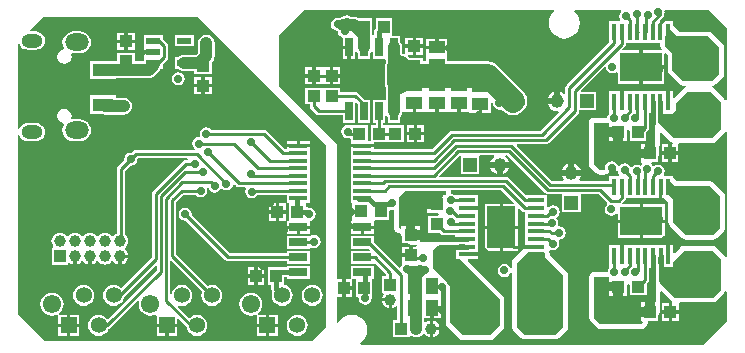
<source format=gbl>
G04*
G04 #@! TF.GenerationSoftware,Altium Limited,Altium Designer,18.1.9 (240)*
G04*
G04 Layer_Physical_Order=4*
G04 Layer_Color=16711680*
%FSLAX44Y44*%
%MOMM*%
G71*
G01*
G75*
%ADD12C,0.4000*%
%ADD16C,0.2540*%
%ADD17R,1.0000X1.1000*%
%ADD23R,1.1000X1.4000*%
%ADD24R,1.1000X1.0000*%
%ADD62C,1.0000*%
%ADD63C,0.6000*%
%ADD65C,2.0000*%
%ADD68R,1.3580X1.3580*%
%ADD69C,1.3580*%
%ADD70C,1.5500*%
%ADD71R,1.1500X1.1500*%
%ADD72C,1.1500*%
%ADD73R,1.1500X1.1500*%
%ADD74O,2.0000X1.4500*%
%ADD75O,1.8000X1.1500*%
%ADD76C,1.0000*%
%ADD77R,1.0000X1.0000*%
%ADD78R,1.0000X1.0000*%
%ADD79C,0.7000*%
%ADD80R,1.4000X1.1000*%
%ADD81R,0.6500X1.5250*%
%ADD82R,1.5250X0.6500*%
%ADD83R,1.5280X0.4350*%
%ADD84R,2.4600X3.5500*%
%ADD85R,1.4750X0.4500*%
%ADD86R,3.5500X2.4600*%
%ADD87R,0.4500X1.4750*%
%ADD88R,1.2200X0.6000*%
%ADD89R,1.7500X1.1400*%
G36*
X518431Y289980D02*
X518035Y289715D01*
X516819Y287896D01*
X516392Y285750D01*
X516819Y283604D01*
X517373Y282775D01*
X516694Y281505D01*
X508000D01*
Y263715D01*
X471893Y227607D01*
X471170Y226526D01*
X470916Y225250D01*
Y220521D01*
X469646Y220117D01*
X468181Y221241D01*
X466500Y221938D01*
Y214000D01*
X464000D01*
Y211500D01*
X456063D01*
X456759Y209819D01*
X458088Y208088D01*
X459819Y206759D01*
X461836Y205923D01*
X464000Y205639D01*
X465010Y205772D01*
X465603Y204569D01*
X449489Y188454D01*
X374608D01*
X373333Y188200D01*
X372251Y187477D01*
X357988Y173214D01*
X308750D01*
Y174720D01*
X289470D01*
Y172045D01*
Y165705D01*
Y159345D01*
Y153005D01*
Y146645D01*
Y140305D01*
Y133945D01*
Y127605D01*
X290500D01*
Y122000D01*
X297500D01*
Y119000D01*
X290500D01*
Y113570D01*
X290500Y113000D01*
X289520Y112300D01*
X289495D01*
Y108550D01*
X308745D01*
Y111730D01*
X308745Y112300D01*
X309725Y113000D01*
X321500D01*
Y121045D01*
X322770Y122087D01*
X323750Y121892D01*
X324760Y122093D01*
X325742Y121287D01*
X325742Y107000D01*
X325742Y107000D01*
X325939Y106008D01*
X326052Y105439D01*
X326936Y104116D01*
X326936Y104116D01*
X327903Y103150D01*
X327903Y103149D01*
X329226Y102265D01*
X330787Y101955D01*
X331922Y100886D01*
Y100500D01*
X332232Y98939D01*
X332500Y98538D01*
Y93500D01*
X337290D01*
X338439Y92732D01*
X340000Y92422D01*
X344691D01*
X345250Y91770D01*
X344753Y90500D01*
X341500D01*
Y83500D01*
X340000D01*
Y82000D01*
X332500D01*
Y76500D01*
X332500Y76500D01*
X332627Y75230D01*
X331569Y73646D01*
X331500Y73299D01*
X330285Y72930D01*
X308745Y94470D01*
Y99600D01*
X289495D01*
Y89100D01*
X304685D01*
X305712Y88073D01*
X305226Y86900D01*
X289495D01*
Y76400D01*
X308745D01*
Y76400D01*
X309905Y76880D01*
X319416Y67369D01*
Y65450D01*
X315750D01*
Y51450D01*
X316700D01*
X317326Y50180D01*
X316635Y49280D01*
X315930Y47577D01*
X315887Y47250D01*
X322750D01*
Y45750D01*
X324250D01*
Y38887D01*
X324577Y38930D01*
X326280Y39636D01*
X327446Y40530D01*
X328716Y40097D01*
Y28250D01*
X325050D01*
Y14250D01*
X339050D01*
Y15200D01*
X340320Y15826D01*
X341220Y15136D01*
X342923Y14430D01*
X344750Y14190D01*
X346577Y14430D01*
X348280Y15136D01*
X349743Y16258D01*
X350313Y17002D01*
X351887D01*
X352458Y16258D01*
X353920Y15136D01*
X355623Y14430D01*
X355950Y14387D01*
Y21250D01*
Y28113D01*
X355623Y28070D01*
X353920Y27364D01*
X352830Y26528D01*
X351560Y27035D01*
Y30000D01*
X356500D01*
Y39000D01*
X358000D01*
Y40500D01*
X365500D01*
Y48000D01*
X365500D01*
Y48000D01*
X365500D01*
Y55500D01*
X358000D01*
Y58500D01*
X366531D01*
X366673Y58559D01*
X367037Y58195D01*
X367371Y57972D01*
X367722Y57621D01*
X367945Y57287D01*
X369422Y55811D01*
Y26000D01*
X369422Y26000D01*
X369732Y24439D01*
X370616Y23116D01*
X381116Y12616D01*
X382439Y11732D01*
X384000Y11422D01*
X384000Y11422D01*
X407000D01*
X408561Y11732D01*
X409884Y12616D01*
X409884Y12616D01*
X418134Y20866D01*
X419018Y22189D01*
X419328Y23750D01*
X419328Y23750D01*
X419328Y46000D01*
X419328Y46000D01*
X419018Y47561D01*
X418134Y48884D01*
X388191Y78827D01*
X388677Y80000D01*
X396815D01*
Y82750D01*
X387440D01*
Y85441D01*
X387702Y85616D01*
X387729Y85657D01*
X387770Y85685D01*
X387832Y85750D01*
X396815D01*
Y86500D01*
Y93000D01*
Y99500D01*
Y106000D01*
Y112500D01*
Y119000D01*
Y121750D01*
X387440D01*
Y124750D01*
X396815D01*
Y125500D01*
Y134000D01*
X378065D01*
X376998Y134491D01*
X375966Y135181D01*
X373898Y135592D01*
Y138120D01*
X374133Y138406D01*
X416629D01*
X427112Y127923D01*
X426626Y126750D01*
X418320D01*
Y108500D01*
X431120D01*
Y122256D01*
X432293Y122742D01*
X434142Y120892D01*
X435224Y120170D01*
X436500Y119916D01*
X436825D01*
Y112500D01*
Y106000D01*
Y99500D01*
Y92250D01*
X446200D01*
Y90454D01*
X438930Y90328D01*
X438186Y90167D01*
X437439Y90019D01*
X437409Y89999D01*
X437374Y89991D01*
X436825Y89610D01*
Y89609D01*
X436748Y89556D01*
X436116Y89134D01*
X426866Y79884D01*
X425982Y78561D01*
X425672Y77000D01*
X425672Y77000D01*
Y72901D01*
X424521Y72665D01*
X424402Y72690D01*
X423215Y74465D01*
X421396Y75681D01*
X419250Y76108D01*
X417104Y75681D01*
X415285Y74465D01*
X414069Y72646D01*
X413642Y70500D01*
X414069Y68354D01*
X415285Y66535D01*
X417104Y65319D01*
X419250Y64892D01*
X421396Y65319D01*
X423215Y66535D01*
X424402Y68310D01*
X424521Y68335D01*
X425672Y68099D01*
Y23000D01*
X425672Y23000D01*
X425982Y21439D01*
X426866Y20116D01*
X426866Y20116D01*
X433616Y13366D01*
X434939Y12482D01*
X436500Y12172D01*
X436500Y12172D01*
X462500D01*
X462500Y12172D01*
X464061Y12482D01*
X465384Y13366D01*
X465384Y13366D01*
X471884Y19866D01*
X472768Y21189D01*
X473078Y22750D01*
X473078Y22750D01*
Y66000D01*
X473078Y66000D01*
X472768Y67561D01*
X471884Y68884D01*
X457578Y83189D01*
Y85594D01*
X457575Y85612D01*
X457578Y85629D01*
X457419Y86394D01*
X457280Y87092D01*
X457679Y87628D01*
X457699Y87649D01*
X458204Y88049D01*
X460250Y87642D01*
X462396Y88069D01*
X464215Y89285D01*
X465431Y91104D01*
X465858Y93250D01*
X465431Y95396D01*
X465382Y95470D01*
X466052Y96752D01*
X467646Y97069D01*
X469465Y98285D01*
X470681Y100104D01*
X471108Y102250D01*
X470681Y104396D01*
X469465Y106215D01*
X467646Y107431D01*
X465500Y107858D01*
X465069Y107772D01*
X464363Y108828D01*
X464381Y108854D01*
X464808Y111000D01*
X464381Y113146D01*
X463165Y114965D01*
Y114999D01*
X464715Y116035D01*
X465931Y117854D01*
X466358Y120000D01*
X465931Y122146D01*
X464715Y123965D01*
X462896Y125181D01*
X460750Y125608D01*
X458604Y125181D01*
X456845Y124005D01*
X456247Y124129D01*
X455575Y124332D01*
Y134000D01*
X437465D01*
X422827Y148638D01*
X421746Y149360D01*
X420470Y149614D01*
X364739D01*
X364253Y150787D01*
X381241Y167775D01*
X382500Y167239D01*
X382500Y166896D01*
Y152250D01*
X398000D01*
Y166896D01*
X398000Y167750D01*
X399098Y168166D01*
X410188D01*
X410619Y166896D01*
X409338Y165912D01*
X408009Y164181D01*
X407313Y162500D01*
X423187D01*
X422491Y164181D01*
X421162Y165912D01*
X419881Y166896D01*
X420312Y168166D01*
X421869D01*
X453893Y136143D01*
X454974Y135420D01*
X456250Y135166D01*
X468250D01*
Y120250D01*
X483750D01*
Y135166D01*
X499119D01*
X506239Y128046D01*
X506078Y126411D01*
X505785Y126215D01*
X504569Y124396D01*
X504142Y122250D01*
X504569Y120104D01*
X505785Y118285D01*
X507604Y117069D01*
X509750Y116642D01*
X511896Y117069D01*
X513715Y118285D01*
X514230Y119055D01*
X515500Y118670D01*
Y113620D01*
X533750D01*
Y126420D01*
X519431D01*
X518905Y127690D01*
X521357Y130142D01*
X522080Y131224D01*
X522259Y132125D01*
X550000D01*
Y141500D01*
X553000D01*
Y132125D01*
X554694D01*
X554721Y132077D01*
X554780Y132032D01*
X554819Y131969D01*
X555515Y131221D01*
X555575Y131178D01*
X555616Y131116D01*
X557922Y128811D01*
Y111392D01*
X558232Y109832D01*
X559116Y108509D01*
X559116Y108509D01*
X569759Y97866D01*
X571082Y96982D01*
X572643Y96672D01*
X572643Y96672D01*
X596250D01*
X596250Y96672D01*
X597811Y96982D01*
X599134Y97866D01*
X599134Y97866D01*
X605134Y103866D01*
X606018Y105189D01*
X606328Y106750D01*
X606328Y106750D01*
Y133250D01*
X606328Y133250D01*
X606018Y134811D01*
X605134Y136134D01*
X596384Y144884D01*
X595061Y145768D01*
X593500Y146078D01*
X593500Y146078D01*
X565439D01*
X562648Y148869D01*
X562250Y149136D01*
Y150875D01*
X554790D01*
X554191Y151995D01*
X554431Y152354D01*
X554858Y154500D01*
X554431Y156646D01*
X553215Y158465D01*
X551396Y159681D01*
X549250Y160108D01*
X547104Y159681D01*
X546300Y159143D01*
X545221Y158646D01*
X544672Y159467D01*
X544005Y160465D01*
X543762Y160628D01*
X544030Y161976D01*
X544061Y161982D01*
X544462Y162250D01*
X549500D01*
Y167040D01*
X550268Y168189D01*
X550578Y169750D01*
Y175945D01*
X550768Y176229D01*
X551078Y177790D01*
Y186995D01*
X552252Y187481D01*
X560366Y179366D01*
X561633Y178520D01*
X561650Y178425D01*
X561237Y177250D01*
X561000D01*
Y171250D01*
X566500D01*
Y176902D01*
X566500Y177250D01*
X567341Y178172D01*
X595310D01*
X595310Y178172D01*
X596871Y178482D01*
X598194Y179366D01*
X605634Y186806D01*
X606480Y188072D01*
X606575Y188090D01*
X607750Y187676D01*
Y82514D01*
X606575Y82100D01*
X606480Y82118D01*
X605634Y83384D01*
X605634Y83384D01*
X598759Y90259D01*
X597436Y91143D01*
X595875Y91453D01*
X595875Y91453D01*
X571250D01*
X569689Y91143D01*
X568366Y90259D01*
X567611Y89129D01*
X563423Y84941D01*
X562250Y85427D01*
Y92115D01*
X559500D01*
Y82740D01*
X557829D01*
Y82768D01*
X557701Y83410D01*
X557619Y84060D01*
X557547Y84186D01*
X557518Y84329D01*
X557155Y84873D01*
X556830Y85442D01*
X556715Y85531D01*
X556634Y85652D01*
X556500Y85742D01*
Y92115D01*
X520500D01*
Y82740D01*
X517500D01*
Y92115D01*
X508250D01*
Y73365D01*
X507759Y72298D01*
X507069Y71266D01*
X506658Y69198D01*
X495250D01*
X493689Y68888D01*
X492366Y68004D01*
X491482Y66681D01*
X491172Y65120D01*
Y30120D01*
X491172Y30120D01*
X491482Y28559D01*
X492366Y27236D01*
X497366Y22236D01*
X497366Y22236D01*
X498689Y21352D01*
X500250Y21042D01*
X500250Y21042D01*
X535250D01*
X535250Y21042D01*
X536811Y21352D01*
X538134Y22236D01*
X538134Y22236D01*
X539300Y23403D01*
X539300Y23403D01*
X540185Y24726D01*
X540495Y26287D01*
X540465Y26440D01*
X541270Y27422D01*
X542750D01*
X544311Y27732D01*
X544712Y28000D01*
X549750D01*
Y32790D01*
X550518Y33939D01*
X550828Y35500D01*
Y41695D01*
X551018Y41979D01*
X551328Y43540D01*
Y52495D01*
X552502Y52981D01*
X560866Y44616D01*
X561384Y44270D01*
X561250Y43827D01*
Y37000D01*
X566750D01*
Y42152D01*
X566750Y43000D01*
X567845Y43422D01*
X595880D01*
X597441Y43732D01*
X598764Y44616D01*
X598764Y44616D01*
X605634Y51486D01*
X606480Y52752D01*
X606575Y52770D01*
X607750Y52356D01*
Y28000D01*
X587500Y7750D01*
X297477D01*
X297045Y9020D01*
X299272Y10728D01*
X301355Y13444D01*
X302665Y16606D01*
X303112Y20000D01*
X302665Y23394D01*
X301355Y26556D01*
X299272Y29272D01*
X296556Y31356D01*
X293394Y32665D01*
X290000Y33112D01*
X286606Y32665D01*
X283444Y31356D01*
X280728Y29272D01*
X278645Y26556D01*
X278520Y26256D01*
X277250Y26508D01*
Y48000D01*
X282000D01*
Y55500D01*
Y63000D01*
X277250D01*
Y178000D01*
X228500Y226750D01*
Y270000D01*
X244250Y285750D01*
X249750Y291250D01*
X461331D01*
X461739Y290047D01*
X460728Y289272D01*
X458644Y286556D01*
X457335Y283394D01*
X456888Y280000D01*
X457335Y276606D01*
X458644Y273444D01*
X460728Y270728D01*
X463444Y268645D01*
X466606Y267335D01*
X470000Y266888D01*
X473394Y267335D01*
X476556Y268645D01*
X479272Y270728D01*
X481356Y273444D01*
X482665Y276606D01*
X483112Y280000D01*
X482665Y283394D01*
X481356Y286556D01*
X479272Y289272D01*
X478261Y290047D01*
X478669Y291250D01*
X518046D01*
X518431Y289980D01*
D02*
G37*
G36*
X159793Y285250D02*
X190750Y254293D01*
X226500Y218250D01*
X268000Y176750D01*
Y22750D01*
X256250Y11000D01*
X30000D01*
X7250Y33750D01*
X7250Y185003D01*
X8520Y185255D01*
X9130Y183782D01*
X10373Y182163D01*
X11992Y180920D01*
X13877Y180140D01*
X15900Y179873D01*
X22400D01*
X24423Y180140D01*
X26308Y180920D01*
X27927Y182163D01*
X29170Y183782D01*
X29950Y185667D01*
X30217Y187690D01*
X29950Y189713D01*
X29170Y191598D01*
X27927Y193217D01*
X26308Y194460D01*
X24423Y195240D01*
X22400Y195507D01*
X15900D01*
X13877Y195240D01*
X11992Y194460D01*
X10373Y193217D01*
X9130Y191598D01*
X8520Y190125D01*
X7250Y190377D01*
Y262503D01*
X8520Y262755D01*
X9130Y261282D01*
X10373Y259663D01*
X11992Y258420D01*
X13877Y257640D01*
X15900Y257373D01*
X22400D01*
X24423Y257640D01*
X26308Y258420D01*
X27927Y259663D01*
X29170Y261282D01*
X29950Y263167D01*
X30217Y265190D01*
X29950Y267213D01*
X29170Y269098D01*
X27927Y270717D01*
X26308Y271960D01*
X24423Y272741D01*
X22400Y273007D01*
X18416D01*
X17930Y274180D01*
X29000Y285250D01*
X159793Y285250D01*
D02*
G37*
G36*
X565574Y268750D02*
X592000D01*
X601250Y259500D01*
Y236750D01*
X595500Y231000D01*
X570500D01*
X561500Y240000D01*
Y254750D01*
X555500Y260750D01*
Y262755D01*
Y269000D01*
X555750Y269250D01*
X556000Y276000D01*
X558324D01*
X565574Y268750D01*
D02*
G37*
G36*
X551422Y260750D02*
X551422Y260750D01*
X551732Y259189D01*
X552313Y258320D01*
X551726Y257050D01*
X536500D01*
Y244250D01*
X554750D01*
Y254073D01*
X555923Y254559D01*
X557422Y253061D01*
Y240000D01*
X557422Y240000D01*
X557732Y238439D01*
X558616Y237116D01*
X558616Y237116D01*
X567616Y228116D01*
X568939Y227232D01*
X570500Y226922D01*
X570500Y226922D01*
X573237D01*
X573362Y225652D01*
X572689Y225518D01*
X571366Y224634D01*
X571366Y224634D01*
X563173Y216441D01*
X562000Y216927D01*
Y222745D01*
X559250D01*
Y213370D01*
X556808D01*
X556384Y214004D01*
X556250Y214138D01*
Y222745D01*
X520250D01*
Y213370D01*
X517250D01*
Y222745D01*
X508000D01*
Y203995D01*
X507509Y202928D01*
X506819Y201896D01*
X506408Y199828D01*
X495000D01*
X493439Y199518D01*
X492116Y198634D01*
X491232Y197311D01*
X490922Y195750D01*
Y160750D01*
X490922Y160750D01*
X491232Y159189D01*
X492116Y157866D01*
X497116Y152866D01*
X497116Y152866D01*
X498439Y151982D01*
X500000Y151672D01*
X500000Y151672D01*
X503739D01*
X503938Y151711D01*
X504139Y151691D01*
X504713Y151865D01*
X505300Y151982D01*
X505468Y152094D01*
X505662Y152153D01*
X506125Y152533D01*
X506623Y152866D01*
X506736Y153034D01*
X506892Y153163D01*
X507698Y154144D01*
X507793Y154323D01*
X507936Y154466D01*
X508165Y155020D01*
X508448Y155548D01*
X508468Y155749D01*
X508545Y155936D01*
Y156535D01*
X508604Y157131D01*
X508545Y157325D01*
Y157473D01*
X508661Y158055D01*
X508975Y158525D01*
X509445Y158839D01*
X510000Y158949D01*
X510555Y158839D01*
X511025Y158525D01*
X511498Y157817D01*
X511892Y156864D01*
X513018Y155739D01*
X514488Y155130D01*
X515506Y154928D01*
X515819Y153354D01*
X516627Y152145D01*
X515948Y150875D01*
X508250D01*
Y146374D01*
X482966D01*
X482340Y147644D01*
X483241Y148819D01*
X483937Y150500D01*
X476000D01*
X468063D01*
X468759Y148819D01*
X469660Y147644D01*
X469034Y146374D01*
X459511D01*
X429813Y176073D01*
X430299Y177246D01*
X454330D01*
X455606Y177500D01*
X456688Y178223D01*
X481358Y202892D01*
X482080Y203974D01*
X482334Y205250D01*
Y206250D01*
X496750D01*
Y221750D01*
X484374D01*
X483888Y222923D01*
X503941Y242976D01*
X505245Y242484D01*
X505569Y240854D01*
X506785Y239035D01*
X508604Y237819D01*
X510750Y237392D01*
X512896Y237819D01*
X513980Y238543D01*
X515250Y237865D01*
Y228450D01*
X533500D01*
Y242750D01*
Y257050D01*
X519674D01*
X519188Y258223D01*
X521107Y260142D01*
X521830Y261224D01*
X522084Y262500D01*
Y262755D01*
X551422D01*
Y260750D01*
D02*
G37*
G36*
X607750Y275750D02*
Y215015D01*
X606575Y214600D01*
X606480Y214618D01*
X605634Y215884D01*
X605634Y215884D01*
X596884Y224634D01*
X595561Y225518D01*
X595450Y226835D01*
X595500Y226922D01*
X597061Y227232D01*
X598384Y228116D01*
X598384Y228116D01*
X604134Y233866D01*
X605018Y235189D01*
X605328Y236750D01*
X605328Y236750D01*
Y259500D01*
X605018Y261061D01*
X604134Y262384D01*
X604134Y262384D01*
X594884Y271634D01*
X593561Y272518D01*
X592000Y272828D01*
X592000Y272828D01*
X567264D01*
X562000Y278092D01*
Y281505D01*
X551879D01*
X551393Y282678D01*
X553686Y284971D01*
X554409Y286052D01*
X554662Y287328D01*
X554594Y287673D01*
X554858Y289000D01*
X554663Y289980D01*
X555705Y291250D01*
X592250D01*
X607750Y275750D01*
D02*
G37*
G36*
X602750Y213000D02*
Y189690D01*
X595310Y182250D01*
X563250D01*
X551078Y194422D01*
Y203455D01*
X550768Y205016D01*
X549884Y206339D01*
X549000Y206929D01*
Y212750D01*
X551250Y213370D01*
X553500Y211120D01*
Y203995D01*
X553755D01*
X554750Y203000D01*
X561000Y203000D01*
X561995Y203995D01*
X562000D01*
Y204000D01*
X564250Y206250D01*
Y211750D01*
X574250Y221750D01*
X594000D01*
X602750Y213000D01*
D02*
G37*
G36*
X547000Y177790D02*
X546500D01*
Y169750D01*
X542500D01*
Y165750D01*
X534960D01*
Y161710D01*
X535652D01*
X536028Y160602D01*
X536058Y160440D01*
X534885Y158686D01*
X533396Y159681D01*
X531250Y160108D01*
X529104Y159681D01*
X527285Y158465D01*
X527223Y158373D01*
X525695D01*
X524965Y159465D01*
X523146Y160681D01*
X521000Y161108D01*
X518854Y160681D01*
X517035Y159465D01*
X516632Y158862D01*
X515283Y159130D01*
X515181Y159646D01*
X513965Y161465D01*
X512146Y162681D01*
X510000Y163108D01*
X507854Y162681D01*
X506035Y161465D01*
X504819Y159646D01*
X504392Y157500D01*
X504545Y156732D01*
X503739Y155750D01*
X500000D01*
X495000Y160750D01*
Y195750D01*
X507860D01*
Y191750D01*
X515400D01*
Y187750D01*
X519400D01*
Y179710D01*
X522940D01*
Y189151D01*
X524113Y189637D01*
X525400Y188350D01*
Y180250D01*
X539400D01*
Y187685D01*
X540608Y188892D01*
X541330Y189974D01*
X541584Y191250D01*
Y203455D01*
X547000D01*
Y177790D01*
D02*
G37*
G36*
X563750Y142000D02*
X593500D01*
X602250Y133250D01*
Y106750D01*
X596250Y100750D01*
X572643D01*
X562000Y111392D01*
Y130500D01*
X558500Y134000D01*
X557803Y134748D01*
X558574Y145542D01*
X559764Y145986D01*
X563750Y142000D01*
D02*
G37*
G36*
X369820Y134140D02*
X366000D01*
Y126600D01*
X362000D01*
Y122600D01*
X353960D01*
Y119060D01*
X363221D01*
X363707Y117887D01*
X362420Y116600D01*
X354500D01*
Y102600D01*
X364285D01*
X365492Y101392D01*
X366574Y100670D01*
X367850Y100416D01*
X377525D01*
Y95000D01*
X348040D01*
Y96500D01*
X340000D01*
Y100500D01*
X336000D01*
Y108040D01*
X331960D01*
Y106519D01*
X330787Y106033D01*
X329820Y107000D01*
X329820Y132820D01*
X335120Y138120D01*
X369820D01*
Y134140D01*
D02*
G37*
G36*
X602750Y80500D02*
Y54370D01*
X595880Y47500D01*
X563750D01*
X551328Y59922D01*
Y72825D01*
X551018Y74386D01*
X550134Y75709D01*
X549250Y76299D01*
Y82153D01*
X550179Y83019D01*
X553750Y82768D01*
Y73365D01*
X562250D01*
Y78000D01*
X571250Y87000D01*
Y87375D01*
X595875D01*
X602750Y80500D01*
D02*
G37*
G36*
X547250Y43540D02*
X546750D01*
Y35500D01*
X542750D01*
Y31500D01*
X535210D01*
Y27460D01*
X535931D01*
X536417Y26287D01*
X535250Y25120D01*
X500250D01*
X495250Y30120D01*
Y65120D01*
X506912D01*
X508110Y64947D01*
Y60907D01*
X515650D01*
Y56907D01*
X519650D01*
Y48867D01*
X523190D01*
Y58521D01*
X524363Y59007D01*
X525650Y57720D01*
Y49407D01*
X539650D01*
Y59192D01*
X540858Y60399D01*
X541580Y61481D01*
X541834Y62757D01*
Y72825D01*
X547250D01*
Y43540D01*
D02*
G37*
G36*
X453500Y85594D02*
Y81500D01*
X469000Y66000D01*
Y22750D01*
X462500Y16250D01*
X436500D01*
X429750Y23000D01*
Y77000D01*
X439000Y86250D01*
X452594Y86484D01*
X453500Y85594D01*
D02*
G37*
G36*
X385694Y89419D02*
X384818Y88500D01*
X378065D01*
Y80000D01*
X381250D01*
X415250Y46000D01*
X415250Y23750D01*
X407000Y15500D01*
X384000D01*
X373500Y26000D01*
Y57500D01*
X370829Y60171D01*
X370465Y60715D01*
X369921Y61079D01*
X365500Y65500D01*
Y66000D01*
X365000D01*
X358500Y72500D01*
Y87279D01*
X362142Y90922D01*
X377525D01*
X379086Y91232D01*
X380409Y92116D01*
X380999Y93000D01*
X385524D01*
X385694Y89419D01*
D02*
G37*
%LPC*%
G36*
X286000Y286608D02*
X283854Y286181D01*
X282035Y284965D01*
X282011Y284930D01*
X281173Y284820D01*
X279797Y284250D01*
X278000Y284608D01*
X275854Y284181D01*
X274035Y282965D01*
X272819Y281146D01*
X272392Y279000D01*
X272819Y276854D01*
X274035Y275035D01*
X275854Y273819D01*
X277661Y273460D01*
X278008Y273008D01*
X278460Y272661D01*
X278819Y270854D01*
X280035Y269035D01*
X281854Y267819D01*
X282350Y267721D01*
Y260850D01*
X287600D01*
Y259350D01*
X289100D01*
Y249725D01*
X292850D01*
Y255725D01*
X294120Y255978D01*
X294186Y255820D01*
X295050Y254693D01*
Y249725D01*
X305550D01*
Y254693D01*
X306414Y255820D01*
X306480Y255978D01*
X307750Y255725D01*
Y249725D01*
X318250D01*
X318640Y248616D01*
Y246281D01*
X318309Y245483D01*
X317896Y242350D01*
Y229740D01*
X318309Y226607D01*
X318640Y225809D01*
Y215844D01*
X318250Y214735D01*
X317369Y214735D01*
X307750D01*
Y195485D01*
X310166D01*
Y193850D01*
X306500D01*
Y180395D01*
X303500D01*
Y193850D01*
X289500D01*
Y193850D01*
X288230Y193474D01*
X286823Y193754D01*
X284677Y193327D01*
X282857Y192111D01*
X281642Y190292D01*
X281215Y188146D01*
X281642Y186000D01*
X282857Y184181D01*
X284677Y182965D01*
X286823Y182538D01*
X288230Y182818D01*
X289474Y181928D01*
X289500Y181875D01*
Y180395D01*
X289470D01*
Y177720D01*
X308750D01*
Y178850D01*
X334000D01*
Y193850D01*
X316834D01*
Y195485D01*
X318250D01*
Y201485D01*
X319520Y201738D01*
X319585Y201580D01*
X320450Y200453D01*
Y195485D01*
X330950D01*
Y200453D01*
X331814Y201580D01*
X332520Y203283D01*
X332730Y204879D01*
X334000Y204850D01*
Y204850D01*
X341500D01*
Y212350D01*
X344500D01*
Y204850D01*
X351730D01*
X352000Y204850D01*
X353000D01*
X353270Y204850D01*
X360500D01*
Y212350D01*
X363500D01*
Y204850D01*
X370730D01*
X371000Y204850D01*
X372000D01*
X372270Y204850D01*
X379500D01*
Y212350D01*
X382500D01*
Y204850D01*
X389082D01*
X390000Y204000D01*
X390918Y204000D01*
X397500D01*
Y211500D01*
X400500D01*
Y204000D01*
X408000D01*
Y212579D01*
X409270Y213180D01*
X409517Y212977D01*
X409392Y212350D01*
X409819Y210204D01*
X411035Y208385D01*
X412854Y207169D01*
X415000Y206742D01*
X416368Y207015D01*
X417942Y205441D01*
X420448Y203518D01*
X423367Y202309D01*
X426500Y201896D01*
X429633Y202309D01*
X432552Y203518D01*
X435059Y205441D01*
X436982Y207948D01*
X437485Y209163D01*
X438181Y210204D01*
X438608Y212350D01*
X438475Y213020D01*
X438604Y214000D01*
X438191Y217133D01*
X436982Y220052D01*
X435059Y222558D01*
X430134Y227484D01*
X413708Y243909D01*
X411202Y245832D01*
X408283Y247041D01*
X405150Y247454D01*
X371898D01*
X371000Y248352D01*
X371000Y251850D01*
X371000Y253120D01*
Y257850D01*
X362000D01*
X353000D01*
Y253120D01*
X353000Y251850D01*
X353000Y250580D01*
Y247454D01*
X350500D01*
Y250350D01*
X338987D01*
X338559Y250909D01*
X337032Y252080D01*
X337463Y253350D01*
X341500D01*
Y258850D01*
X335500D01*
Y254435D01*
X334230Y253587D01*
X333133Y254041D01*
X332760Y254090D01*
Y259350D01*
X332520Y261177D01*
X331814Y262880D01*
X330950Y264007D01*
Y268975D01*
X324300D01*
Y283850D01*
X310300D01*
Y275118D01*
X310116Y274934D01*
X309232Y273611D01*
X308922Y272050D01*
X308922Y272050D01*
Y270119D01*
X308728Y270022D01*
X308436Y270035D01*
X307360Y270757D01*
Y276350D01*
X307300Y276809D01*
Y283850D01*
X295875D01*
X295530Y284114D01*
X293827Y284820D01*
X292000Y285060D01*
X289823D01*
X288146Y286181D01*
X286000Y286608D01*
D02*
G37*
G36*
X350500Y267350D02*
X344500D01*
Y261850D01*
X350500D01*
Y267350D01*
D02*
G37*
G36*
X341500D02*
X335500D01*
Y261850D01*
X341500D01*
Y267350D01*
D02*
G37*
G36*
X371000Y266850D02*
X363500D01*
Y260850D01*
X371000D01*
Y266850D01*
D02*
G37*
G36*
X360500D02*
X353000D01*
Y260850D01*
X360500D01*
Y266850D01*
D02*
G37*
G36*
X350500Y258850D02*
X344500D01*
Y253350D01*
X350500D01*
Y258850D01*
D02*
G37*
G36*
X286100Y257850D02*
X282350D01*
Y249725D01*
X286100D01*
Y257850D01*
D02*
G37*
G36*
X256500Y242350D02*
X250500D01*
Y236850D01*
X256500D01*
Y242350D01*
D02*
G37*
G36*
X274500D02*
Y236850D01*
X280500D01*
Y242350D01*
X274500D01*
D02*
G37*
G36*
X280500Y233850D02*
X274500D01*
Y228350D01*
X280500D01*
Y233850D01*
D02*
G37*
G36*
X256500Y233850D02*
X250500D01*
Y228350D01*
X256500D01*
Y233850D01*
D02*
G37*
G36*
X265500Y242350D02*
X264230Y242350D01*
X259500D01*
Y235350D01*
X258000D01*
D01*
X259500D01*
Y228350D01*
X264230D01*
X265500Y228350D01*
X266770Y228350D01*
X271500D01*
Y235350D01*
Y242350D01*
X266770D01*
X265500Y242350D01*
D02*
G37*
G36*
X461500Y221938D02*
X459819Y221241D01*
X458088Y219912D01*
X456759Y218181D01*
X456063Y216500D01*
X461500D01*
Y221938D01*
D02*
G37*
G36*
X265500Y225350D02*
X265500Y225350D01*
X250500D01*
Y211350D01*
X254666D01*
Y209350D01*
X254920Y208074D01*
X255642Y206992D01*
X259882Y202752D01*
X260964Y202030D01*
X262240Y201776D01*
X282350D01*
Y195485D01*
X292850D01*
Y212126D01*
X294023Y212612D01*
X295050Y211585D01*
Y195485D01*
X305550D01*
Y214735D01*
X301330D01*
X295357Y220707D01*
X294276Y221430D01*
X293000Y221684D01*
X280500D01*
Y225350D01*
X266770D01*
X265500Y225350D01*
Y225350D01*
D02*
G37*
G36*
X351000Y193850D02*
X345500D01*
Y187850D01*
X351000D01*
Y193850D01*
D02*
G37*
G36*
X342500D02*
X337000D01*
Y187850D01*
X342500D01*
Y193850D01*
D02*
G37*
G36*
X351000Y184850D02*
X345500D01*
Y178850D01*
X351000D01*
Y184850D01*
D02*
G37*
G36*
X342500D02*
X337000D01*
Y178850D01*
X342500D01*
Y184850D01*
D02*
G37*
G36*
X558000Y177250D02*
X552500D01*
Y171250D01*
X558000D01*
Y177250D01*
D02*
G37*
G36*
X566500Y168250D02*
X561000D01*
Y162250D01*
X566500D01*
Y168250D01*
D02*
G37*
G36*
X558000D02*
X552500D01*
Y162250D01*
X558000D01*
Y168250D01*
D02*
G37*
G36*
X423187Y157500D02*
X417750D01*
Y152063D01*
X419431Y152759D01*
X421162Y154087D01*
X422491Y155819D01*
X423187Y157500D01*
D02*
G37*
G36*
X412750D02*
X407313D01*
X408009Y155819D01*
X409338Y154087D01*
X411069Y152759D01*
X412750Y152063D01*
Y157500D01*
D02*
G37*
G36*
X555000Y126420D02*
X536750D01*
Y113620D01*
X555000D01*
Y126420D01*
D02*
G37*
G36*
X415320Y126750D02*
X402520D01*
Y108500D01*
X415320D01*
Y126750D01*
D02*
G37*
G36*
X308745Y105550D02*
X300620D01*
Y101800D01*
X308745D01*
Y105550D01*
D02*
G37*
G36*
X297620D02*
X289495D01*
Y101800D01*
X297620D01*
Y105550D01*
D02*
G37*
G36*
X555000Y110620D02*
X536750D01*
Y97820D01*
X555000D01*
Y110620D01*
D02*
G37*
G36*
X533750D02*
X515500D01*
Y97820D01*
X533750D01*
Y110620D01*
D02*
G37*
G36*
X431120Y105500D02*
X418320D01*
Y87250D01*
X431120D01*
Y105500D01*
D02*
G37*
G36*
X415320D02*
X402520D01*
Y87250D01*
X415320D01*
Y105500D01*
D02*
G37*
G36*
X338500Y90500D02*
X332500D01*
Y85000D01*
X338500D01*
Y90500D01*
D02*
G37*
G36*
X290500Y54000D02*
X285000D01*
Y48000D01*
X290500D01*
Y54000D01*
D02*
G37*
G36*
X308745Y74200D02*
X289495D01*
Y64270D01*
X289495Y63700D01*
X288515Y63000D01*
X285000D01*
Y57000D01*
X290500D01*
Y62430D01*
X290500Y63000D01*
X291480Y63700D01*
X292520D01*
X293500Y63000D01*
Y48000D01*
X295090D01*
X295896Y47018D01*
X295892Y47000D01*
X296319Y44854D01*
X297535Y43035D01*
X299354Y41819D01*
X301500Y41392D01*
X303646Y41819D01*
X305465Y43035D01*
X306681Y44854D01*
X307088Y46901D01*
X307500Y48000D01*
X307500Y49174D01*
Y63000D01*
X308480Y63700D01*
X308745D01*
Y74200D01*
D02*
G37*
G36*
X321250Y44250D02*
X315887D01*
X315930Y43923D01*
X316635Y42220D01*
X317758Y40758D01*
X319220Y39636D01*
X320923Y38930D01*
X321250Y38887D01*
Y44250D01*
D02*
G37*
G36*
X558250Y43000D02*
X552750D01*
Y37000D01*
X558250D01*
Y43000D01*
D02*
G37*
G36*
X365500Y37500D02*
X359500D01*
Y30000D01*
X365500D01*
Y37500D01*
D02*
G37*
G36*
X566750Y34000D02*
X561250D01*
Y28000D01*
X566750D01*
Y34000D01*
D02*
G37*
G36*
X558250D02*
X552750D01*
Y28000D01*
X558250D01*
Y34000D01*
D02*
G37*
G36*
X358950Y28113D02*
Y22750D01*
X364313D01*
X364270Y23077D01*
X363564Y24780D01*
X362443Y26242D01*
X360980Y27364D01*
X359277Y28070D01*
X358950Y28113D01*
D02*
G37*
G36*
X364313Y19750D02*
X358950D01*
Y14387D01*
X359277Y14430D01*
X360980Y15136D01*
X362443Y16258D01*
X363564Y17720D01*
X364270Y19423D01*
X364313Y19750D01*
D02*
G37*
G36*
X106500Y271500D02*
X100500D01*
Y266000D01*
X106500D01*
Y271500D01*
D02*
G37*
G36*
X97500D02*
X91500D01*
Y266000D01*
X97500D01*
Y271500D01*
D02*
G37*
G36*
X156300Y270140D02*
X140100D01*
Y260140D01*
X156300D01*
Y270140D01*
D02*
G37*
G36*
X106500Y263000D02*
X100500D01*
Y257500D01*
X106500D01*
Y263000D01*
D02*
G37*
G36*
X97500D02*
X91500D01*
Y257500D01*
X97500D01*
Y263000D01*
D02*
G37*
G36*
X59900Y273020D02*
X54400D01*
X51985Y272702D01*
X49735Y271770D01*
X47803Y270287D01*
X46320Y268355D01*
X45388Y266105D01*
X45070Y263690D01*
X45388Y261275D01*
X46320Y259025D01*
X46506Y258783D01*
X45952Y257419D01*
X44309Y257092D01*
X42324Y255766D01*
X40998Y253781D01*
X40532Y251440D01*
X40998Y249099D01*
X42324Y247114D01*
X44309Y245788D01*
X46650Y245322D01*
X48991Y245788D01*
X50976Y247114D01*
X52302Y249099D01*
X52768Y251440D01*
X52389Y253344D01*
X53078Y254312D01*
X53350Y254498D01*
X54400Y254360D01*
X59900D01*
X62315Y254678D01*
X64565Y255610D01*
X66497Y257093D01*
X67980Y259025D01*
X68912Y261275D01*
X69230Y263690D01*
X68912Y266105D01*
X67980Y268355D01*
X66497Y270287D01*
X64565Y271770D01*
X62315Y272702D01*
X59900Y273020D01*
D02*
G37*
G36*
X130100Y270140D02*
X113900D01*
Y260140D01*
Y257140D01*
X122000D01*
Y254140D01*
X113900D01*
Y247610D01*
X106500D01*
Y254500D01*
X91500D01*
Y248298D01*
X90250Y248250D01*
Y248250D01*
X68750D01*
Y232850D01*
X90250D01*
Y233490D01*
X118050D01*
X119877Y233730D01*
X121580Y234436D01*
X123042Y235558D01*
X126493Y239008D01*
X127614Y240470D01*
X127892Y241140D01*
X130100D01*
Y245185D01*
X133728Y248813D01*
X134450Y249894D01*
X134704Y251170D01*
Y260630D01*
X134450Y261906D01*
X133728Y262987D01*
X130100Y266615D01*
Y270140D01*
D02*
G37*
G36*
X167000Y270060D02*
X165173Y269820D01*
X163470Y269114D01*
X162008Y267992D01*
X160886Y266530D01*
X160180Y264827D01*
X159940Y263000D01*
Y254925D01*
X158216Y253200D01*
X148200D01*
X146373Y252960D01*
X144670Y252255D01*
X143217Y251140D01*
X140100D01*
Y241140D01*
X143217D01*
X144670Y240026D01*
X146373Y239320D01*
X148200Y239080D01*
X156500D01*
Y237000D01*
X171500D01*
Y246515D01*
X171992Y247008D01*
X173114Y248470D01*
X173820Y250173D01*
X174060Y252000D01*
Y263000D01*
X173820Y264827D01*
X173114Y266530D01*
X171992Y267992D01*
X170530Y269114D01*
X168827Y269820D01*
X167000Y270060D01*
D02*
G37*
G36*
X171500Y234000D02*
X165500D01*
Y228500D01*
X171500D01*
Y234000D01*
D02*
G37*
G36*
X162500D02*
X156500D01*
Y228500D01*
X162500D01*
Y234000D01*
D02*
G37*
G36*
X143125Y238358D02*
X140979Y237931D01*
X139160Y236715D01*
X137944Y234896D01*
X137517Y232750D01*
X137944Y230604D01*
X139160Y228785D01*
X140979Y227569D01*
X143125Y227142D01*
X145271Y227569D01*
X147090Y228785D01*
X148306Y230604D01*
X148733Y232750D01*
X148306Y234896D01*
X147090Y236715D01*
X145271Y237931D01*
X143125Y238358D01*
D02*
G37*
G36*
X171500Y225500D02*
X165500D01*
Y220000D01*
X171500D01*
Y225500D01*
D02*
G37*
G36*
X162500D02*
X156500D01*
Y220000D01*
X162500D01*
Y225500D01*
D02*
G37*
G36*
X90250Y218650D02*
X68750D01*
Y203250D01*
X77747D01*
X79123Y202680D01*
X80950Y202440D01*
X96820D01*
X98647Y202680D01*
X100350Y203386D01*
X101812Y204508D01*
X102935Y205970D01*
X103640Y207673D01*
X103880Y209500D01*
X103640Y211327D01*
X102935Y213030D01*
X101812Y214492D01*
X100350Y215614D01*
X98647Y216320D01*
X96820Y216560D01*
X90250D01*
Y218650D01*
D02*
G37*
G36*
X167000Y191608D02*
X164854Y191181D01*
X163035Y189965D01*
X161819Y188146D01*
X161392Y186000D01*
X161660Y184656D01*
X160596Y183573D01*
X160420Y183608D01*
X158274Y183181D01*
X156455Y181965D01*
X155240Y180146D01*
X154813Y178000D01*
X155240Y175854D01*
X156455Y174035D01*
X157100Y173604D01*
X156714Y172334D01*
X107250D01*
X105974Y172080D01*
X104892Y171357D01*
X103744Y170210D01*
X103000Y170358D01*
X100854Y169931D01*
X99035Y168715D01*
X97819Y166896D01*
X97392Y164750D01*
X97540Y164005D01*
X92122Y158588D01*
X91400Y157506D01*
X91146Y156230D01*
Y101740D01*
X90120Y101314D01*
X88658Y100192D01*
X88087Y99448D01*
X86513D01*
X85942Y100192D01*
X84480Y101314D01*
X82777Y102020D01*
X80950Y102260D01*
X79123Y102020D01*
X77420Y101314D01*
X75958Y100192D01*
X75387Y99448D01*
X73813D01*
X73242Y100192D01*
X71780Y101314D01*
X70077Y102020D01*
X68250Y102260D01*
X66423Y102020D01*
X64720Y101314D01*
X63258Y100192D01*
X62687Y99448D01*
X61113D01*
X60542Y100192D01*
X59080Y101314D01*
X57377Y102020D01*
X55550Y102260D01*
X53723Y102020D01*
X52020Y101314D01*
X50558Y100192D01*
X49987Y99448D01*
X48413D01*
X47842Y100192D01*
X46380Y101314D01*
X44677Y102020D01*
X42850Y102260D01*
X41023Y102020D01*
X39320Y101314D01*
X37858Y100192D01*
X36735Y98730D01*
X36030Y97027D01*
X35790Y95200D01*
X36030Y93373D01*
X36735Y91670D01*
X37426Y90770D01*
X36800Y89500D01*
X35850D01*
Y75500D01*
X49850D01*
Y76450D01*
X51120Y77076D01*
X52020Y76385D01*
X53723Y75680D01*
X54050Y75637D01*
Y82500D01*
X57050D01*
Y75637D01*
X57377Y75680D01*
X59080Y76385D01*
X60542Y77508D01*
X61113Y78252D01*
X62687D01*
X63258Y77508D01*
X64720Y76385D01*
X66423Y75680D01*
X66750Y75637D01*
Y82500D01*
X69750D01*
Y75637D01*
X70077Y75680D01*
X71780Y76385D01*
X73242Y77508D01*
X73813Y78252D01*
X75387D01*
X75958Y77508D01*
X77420Y76385D01*
X79123Y75680D01*
X80950Y75440D01*
X82777Y75680D01*
X84480Y76385D01*
X85942Y77508D01*
X86513Y78252D01*
X88087D01*
X88658Y77508D01*
X90120Y76385D01*
X91823Y75680D01*
X92150Y75637D01*
Y82500D01*
X93650D01*
Y84000D01*
X100513D01*
X100470Y84327D01*
X99764Y86030D01*
X98642Y87493D01*
X97899Y88063D01*
Y89637D01*
X98642Y90208D01*
X99764Y91670D01*
X100470Y93373D01*
X100710Y95200D01*
X100470Y97027D01*
X99764Y98730D01*
X98642Y100192D01*
X97814Y100828D01*
Y154849D01*
X102255Y159290D01*
X103000Y159142D01*
X105146Y159569D01*
X106965Y160785D01*
X108181Y162604D01*
X108608Y164750D01*
X109720Y165666D01*
X150945D01*
X151664Y164396D01*
X151627Y164334D01*
X149739D01*
X148463Y164080D01*
X147381Y163358D01*
X121562Y137539D01*
X120840Y136457D01*
X120586Y135182D01*
Y81301D01*
X94937Y55652D01*
X94669Y55669D01*
X92833Y57078D01*
X90695Y57964D01*
X88400Y58266D01*
X86105Y57964D01*
X83967Y57078D01*
X82131Y55669D01*
X80722Y53833D01*
X79836Y51695D01*
X79534Y49400D01*
X79836Y47105D01*
X80722Y44967D01*
X82131Y43131D01*
X83967Y41722D01*
X86105Y40836D01*
X88400Y40534D01*
X90695Y40836D01*
X92833Y41722D01*
X94669Y43131D01*
X96078Y44967D01*
X96964Y47105D01*
X97137Y48422D01*
X123953Y75238D01*
X125126Y74752D01*
Y70841D01*
X83772Y29488D01*
X82505Y29571D01*
X81969Y30269D01*
X80133Y31678D01*
X77995Y32564D01*
X75700Y32866D01*
X73405Y32564D01*
X71267Y31678D01*
X69431Y30269D01*
X68022Y28433D01*
X67136Y26295D01*
X66834Y24000D01*
X67136Y21705D01*
X68022Y19567D01*
X69431Y17731D01*
X71267Y16322D01*
X73405Y15436D01*
X75700Y15134D01*
X77995Y15436D01*
X80133Y16322D01*
X81969Y17731D01*
X83378Y19567D01*
X83908Y20847D01*
X84276Y20920D01*
X85358Y21642D01*
X109056Y45341D01*
X110133Y44621D01*
X110101Y44545D01*
X109766Y42000D01*
X110101Y39455D01*
X111083Y37083D01*
X112646Y35046D01*
X114683Y33483D01*
X117055Y32501D01*
X119600Y32166D01*
X122145Y32501D01*
X123369Y33008D01*
X124450Y32521D01*
X124450Y32521D01*
X124450Y32521D01*
D01*
X124810Y32230D01*
X124810Y31889D01*
Y25500D01*
X142390D01*
Y29236D01*
X143563Y29722D01*
X150263Y23022D01*
X150436Y21705D01*
X151322Y19567D01*
X152731Y17731D01*
X154567Y16322D01*
X156705Y15436D01*
X159000Y15134D01*
X161295Y15436D01*
X163433Y16322D01*
X165269Y17731D01*
X166678Y19567D01*
X167564Y21705D01*
X167866Y24000D01*
X167564Y26295D01*
X166678Y28433D01*
X165269Y30269D01*
X163433Y31678D01*
X161295Y32564D01*
X159000Y32866D01*
X156705Y32564D01*
X154567Y31678D01*
X152731Y30269D01*
X152464Y30252D01*
X142722Y39993D01*
X143441Y41070D01*
X144005Y40836D01*
X146300Y40534D01*
X148595Y40836D01*
X150733Y41722D01*
X152569Y43131D01*
X153978Y44967D01*
X154864Y47105D01*
X155166Y49400D01*
X154864Y51695D01*
X153978Y53833D01*
X152569Y55669D01*
X150733Y57078D01*
X148595Y57964D01*
X146300Y58266D01*
X144005Y57964D01*
X141867Y57078D01*
X140031Y55669D01*
X138622Y53833D01*
X137736Y51695D01*
X137604Y50690D01*
X136334Y50774D01*
Y78292D01*
X137507Y78778D01*
X163562Y52723D01*
X163136Y51695D01*
X162834Y49400D01*
X163136Y47105D01*
X164022Y44967D01*
X165431Y43131D01*
X167267Y41722D01*
X169405Y40836D01*
X171700Y40534D01*
X173995Y40836D01*
X176133Y41722D01*
X177969Y43131D01*
X179378Y44967D01*
X180264Y47105D01*
X180566Y49400D01*
X180264Y51695D01*
X179378Y53833D01*
X177969Y55669D01*
X176133Y57078D01*
X173995Y57964D01*
X171700Y58266D01*
X169405Y57964D01*
X168236Y57479D01*
X141334Y84381D01*
Y128619D01*
X147381Y134666D01*
X157613D01*
X158035Y134035D01*
X159854Y132819D01*
X162000Y132392D01*
X164146Y132819D01*
X165965Y134035D01*
X167181Y135854D01*
X167608Y138000D01*
X167227Y139911D01*
X167709Y140679D01*
X168093Y141067D01*
X168593Y140993D01*
X168819Y139854D01*
X170035Y138035D01*
X171854Y136819D01*
X174000Y136392D01*
X176146Y136819D01*
X177965Y138035D01*
X178904Y139440D01*
X179625Y139819D01*
X180456Y139753D01*
X181854Y138819D01*
X184000Y138392D01*
X186146Y138819D01*
X187965Y140035D01*
X189181Y141854D01*
X189422Y143067D01*
X190800Y143485D01*
X192162Y142122D01*
X193244Y141400D01*
X194520Y141146D01*
X199896D01*
X200575Y139876D01*
X200199Y139313D01*
X199772Y137167D01*
X200199Y135021D01*
X201415Y133202D01*
X203234Y131986D01*
X205380Y131559D01*
X207526Y131986D01*
X209345Y133202D01*
X210404Y134786D01*
X235250D01*
Y127605D01*
X235774D01*
X237000Y127500D01*
X237000Y112500D01*
X235813Y112300D01*
X235255D01*
Y108550D01*
X254505D01*
Y111198D01*
X254505Y112300D01*
X255605Y112711D01*
X256146Y112819D01*
X257965Y114035D01*
X259181Y115854D01*
X259608Y118000D01*
X259181Y120146D01*
X257965Y121965D01*
X256146Y123181D01*
X254000Y123608D01*
X253846Y123577D01*
X253561Y123768D01*
X252000Y124078D01*
X251000Y124821D01*
Y127500D01*
X252227Y127605D01*
X254530D01*
Y133945D01*
Y140305D01*
Y146645D01*
Y153005D01*
Y159345D01*
Y165705D01*
Y172045D01*
Y174720D01*
X235250D01*
Y173214D01*
X233101D01*
X217957Y188358D01*
X216876Y189080D01*
X215600Y189334D01*
X171387D01*
X170965Y189965D01*
X169146Y191181D01*
X167000Y191608D01*
D02*
G37*
G36*
X46650Y207558D02*
X44309Y207092D01*
X42324Y205766D01*
X40998Y203781D01*
X40532Y201440D01*
X40998Y199099D01*
X42324Y197114D01*
X44309Y195788D01*
X45952Y195461D01*
X46506Y194098D01*
X46320Y193855D01*
X45388Y191605D01*
X45070Y189190D01*
X45388Y186775D01*
X46320Y184525D01*
X47803Y182593D01*
X49735Y181110D01*
X51985Y180178D01*
X54400Y179860D01*
X59900D01*
X62315Y180178D01*
X64565Y181110D01*
X66497Y182593D01*
X67980Y184525D01*
X68912Y186775D01*
X69230Y189190D01*
X68912Y191605D01*
X67980Y193855D01*
X66497Y195787D01*
X64565Y197270D01*
X62315Y198202D01*
X59900Y198520D01*
X54400D01*
X53350Y198382D01*
X53078Y198568D01*
X52389Y199536D01*
X52768Y201440D01*
X52302Y203781D01*
X50976Y205766D01*
X48991Y207092D01*
X46650Y207558D01*
D02*
G37*
G36*
X254530Y180395D02*
X246390D01*
Y177720D01*
X254530D01*
Y180395D01*
D02*
G37*
G36*
X243390D02*
X235250D01*
Y177720D01*
X243390D01*
Y180395D01*
D02*
G37*
G36*
X234000Y127500D02*
X228500D01*
Y121500D01*
X234000D01*
Y127500D01*
D02*
G37*
G36*
X225500D02*
X220000D01*
Y121500D01*
X225500D01*
Y127500D01*
D02*
G37*
G36*
X234000Y118500D02*
X228500D01*
Y112500D01*
X234000D01*
Y118500D01*
D02*
G37*
G36*
X225500D02*
X220000D01*
Y112500D01*
X225500D01*
Y118500D01*
D02*
G37*
G36*
X254505Y105550D02*
X246380D01*
Y101800D01*
X254505D01*
Y105550D01*
D02*
G37*
G36*
X243380D02*
X235255D01*
Y101800D01*
X243380D01*
Y105550D01*
D02*
G37*
G36*
X258000Y100608D02*
X255854Y100181D01*
X254771Y99458D01*
X254505Y99600D01*
Y99600D01*
X235255D01*
Y89100D01*
X254505D01*
Y89374D01*
X255625Y89972D01*
X255854Y89819D01*
X258000Y89392D01*
X260146Y89819D01*
X261965Y91035D01*
X263181Y92854D01*
X263608Y95000D01*
X263181Y97146D01*
X261965Y98965D01*
X260146Y100181D01*
X258000Y100608D01*
D02*
G37*
G36*
X149000Y123608D02*
X146854Y123181D01*
X145035Y121965D01*
X143819Y120146D01*
X143392Y118000D01*
X143819Y115854D01*
X145035Y114035D01*
X146854Y112819D01*
X149000Y112392D01*
X149745Y112540D01*
X182992Y79292D01*
X184074Y78570D01*
X185350Y78316D01*
X235255D01*
Y76400D01*
X254505D01*
Y86900D01*
X235255D01*
Y84984D01*
X186731D01*
X154460Y117255D01*
X154608Y118000D01*
X154181Y120146D01*
X152965Y121965D01*
X151146Y123181D01*
X149000Y123608D01*
D02*
G37*
G36*
X100513Y81000D02*
X95150D01*
Y75637D01*
X95477Y75680D01*
X97180Y76385D01*
X98642Y77508D01*
X99764Y78970D01*
X100470Y80673D01*
X100513Y81000D01*
D02*
G37*
G36*
X254505Y74200D02*
X235255D01*
Y73028D01*
X233000D01*
Y73500D01*
X219000D01*
Y58500D01*
X221922D01*
Y54700D01*
X221922Y54700D01*
X222232Y53139D01*
X222913Y52121D01*
X222736Y51695D01*
X222434Y49400D01*
X222736Y47105D01*
X223622Y44967D01*
X225031Y43131D01*
X226867Y41722D01*
X229005Y40836D01*
X231300Y40534D01*
X233595Y40836D01*
X235733Y41722D01*
X237569Y43131D01*
X238978Y44967D01*
X239864Y47105D01*
X240166Y49400D01*
X239864Y51695D01*
X238978Y53833D01*
X237569Y55669D01*
X235733Y57078D01*
X233981Y57804D01*
X233000Y58500D01*
Y64872D01*
X235255D01*
Y63700D01*
X254505D01*
Y74200D01*
D02*
G37*
G36*
X216000Y73500D02*
X210500D01*
Y67500D01*
X216000D01*
Y73500D01*
D02*
G37*
G36*
X207500D02*
X202000D01*
Y67500D01*
X207500D01*
Y73500D01*
D02*
G37*
G36*
X216000Y64500D02*
X210500D01*
Y58500D01*
X216000D01*
Y64500D01*
D02*
G37*
G36*
X207500D02*
X202000D01*
Y58500D01*
X207500D01*
Y64500D01*
D02*
G37*
G36*
X256700Y58266D02*
X254405Y57964D01*
X252267Y57078D01*
X250431Y55669D01*
X249022Y53833D01*
X248136Y51695D01*
X247834Y49400D01*
X248136Y47105D01*
X249022Y44967D01*
X250431Y43131D01*
X252267Y41722D01*
X254405Y40836D01*
X256700Y40534D01*
X258995Y40836D01*
X261133Y41722D01*
X262969Y43131D01*
X264378Y44967D01*
X265264Y47105D01*
X265566Y49400D01*
X265264Y51695D01*
X264378Y53833D01*
X262969Y55669D01*
X261133Y57078D01*
X258995Y57964D01*
X256700Y58266D01*
D02*
G37*
G36*
X63000D02*
X60705Y57964D01*
X58567Y57078D01*
X56731Y55669D01*
X55322Y53833D01*
X54436Y51695D01*
X54134Y49400D01*
X54436Y47105D01*
X55322Y44967D01*
X56731Y43131D01*
X58567Y41722D01*
X60705Y40836D01*
X63000Y40534D01*
X65295Y40836D01*
X67433Y41722D01*
X69269Y43131D01*
X70678Y44967D01*
X71564Y47105D01*
X71866Y49400D01*
X71564Y51695D01*
X70678Y53833D01*
X69269Y55669D01*
X67433Y57078D01*
X65295Y57964D01*
X63000Y58266D01*
D02*
G37*
G36*
X220100Y32790D02*
Y25500D01*
X227390D01*
Y32790D01*
X220100D01*
D02*
G37*
G36*
X204600Y51834D02*
X202055Y51499D01*
X199683Y50517D01*
X197646Y48954D01*
X196083Y46917D01*
X195101Y44545D01*
X194766Y42000D01*
X195101Y39455D01*
X196083Y37083D01*
X197646Y35046D01*
X199683Y33483D01*
X202055Y32501D01*
X204600Y32166D01*
X207145Y32501D01*
X208369Y33008D01*
X209450Y32521D01*
X209450Y32521D01*
X209450Y32521D01*
D01*
X209810Y32230D01*
X209810Y31889D01*
Y25500D01*
X217100D01*
Y32790D01*
X210848D01*
X210841Y32790D01*
X210841D01*
X210700Y32790D01*
X210534Y33278D01*
X210534Y33278D01*
Y33278D01*
D01*
X210823Y34485D01*
X211554Y35046D01*
X213117Y37083D01*
X214099Y39455D01*
X214434Y42000D01*
X214099Y44545D01*
X213117Y46917D01*
X211554Y48954D01*
X209517Y50517D01*
X207145Y51499D01*
X204600Y51834D01*
D02*
G37*
G36*
X51800Y32790D02*
Y25500D01*
X59090D01*
Y32790D01*
X51800D01*
D02*
G37*
G36*
X36300Y51834D02*
X33755Y51499D01*
X31383Y50517D01*
X29346Y48954D01*
X27783Y46917D01*
X26801Y44545D01*
X26466Y42000D01*
X26801Y39455D01*
X27783Y37083D01*
X29346Y35046D01*
X31383Y33483D01*
X33755Y32501D01*
X36300Y32166D01*
X38845Y32501D01*
X40069Y33008D01*
X41150Y32521D01*
X41150Y32521D01*
X41150Y32521D01*
D01*
X41510Y32230D01*
X41510Y31889D01*
Y25500D01*
X48800D01*
Y32790D01*
X42548D01*
X42541Y32790D01*
X42541D01*
X42400Y32790D01*
X42234Y33278D01*
X42234Y33278D01*
Y33278D01*
D01*
X42523Y34485D01*
X43254Y35046D01*
X44817Y37083D01*
X45799Y39455D01*
X46134Y42000D01*
X45799Y44545D01*
X44817Y46917D01*
X43254Y48954D01*
X41217Y50517D01*
X38845Y51499D01*
X36300Y51834D01*
D02*
G37*
G36*
X227390Y22500D02*
X220100D01*
Y15210D01*
X227390D01*
Y22500D01*
D02*
G37*
G36*
X217100D02*
X209810D01*
Y15210D01*
X217100D01*
Y22500D01*
D02*
G37*
G36*
X142390D02*
X135100D01*
Y15210D01*
X142390D01*
Y22500D01*
D02*
G37*
G36*
X132100D02*
X124810D01*
Y15210D01*
X132100D01*
Y22500D01*
D02*
G37*
G36*
X59090D02*
X51800D01*
Y15210D01*
X59090D01*
Y22500D01*
D02*
G37*
G36*
X48800D02*
X41510D01*
Y15210D01*
X48800D01*
Y22500D01*
D02*
G37*
G36*
X244000Y32866D02*
X241705Y32564D01*
X239567Y31678D01*
X237731Y30269D01*
X236322Y28433D01*
X235436Y26295D01*
X235134Y24000D01*
X235436Y21705D01*
X236322Y19567D01*
X237731Y17731D01*
X239567Y16322D01*
X241705Y15436D01*
X244000Y15134D01*
X246295Y15436D01*
X248433Y16322D01*
X250269Y17731D01*
X251678Y19567D01*
X252564Y21705D01*
X252866Y24000D01*
X252564Y26295D01*
X251678Y28433D01*
X250269Y30269D01*
X248433Y31678D01*
X246295Y32564D01*
X244000Y32866D01*
D02*
G37*
G36*
X554750Y241250D02*
X536500D01*
Y228450D01*
X554750D01*
Y241250D01*
D02*
G37*
G36*
X478500Y160938D02*
Y155500D01*
X483937D01*
X483241Y157181D01*
X481912Y158912D01*
X480181Y160241D01*
X478500Y160938D01*
D02*
G37*
G36*
X473500Y160938D02*
X471819Y160241D01*
X470088Y158912D01*
X468759Y157181D01*
X468063Y155500D01*
X473500D01*
Y160938D01*
D02*
G37*
G36*
X511400Y183750D02*
X507860D01*
Y179710D01*
X511400D01*
Y183750D01*
D02*
G37*
G36*
X538500Y177790D02*
X534960D01*
Y173750D01*
X538500D01*
Y177790D01*
D02*
G37*
G36*
X358000Y134140D02*
X353960D01*
Y130600D01*
X358000D01*
Y134140D01*
D02*
G37*
G36*
X348040Y108040D02*
X344000D01*
Y104500D01*
X348040D01*
Y108040D01*
D02*
G37*
G36*
X511650Y52907D02*
X508110D01*
Y48867D01*
X511650D01*
Y52907D01*
D02*
G37*
G36*
X538750Y43540D02*
X535210D01*
Y39500D01*
X538750D01*
Y43540D01*
D02*
G37*
%LPD*%
D12*
X309000Y126750D02*
X323000D01*
X295896Y131420D02*
X304329D01*
X301500Y47000D02*
Y66570D01*
X304329Y131420D02*
X309000Y126750D01*
X323000D02*
X323750Y127500D01*
X551250Y196944D02*
X554694Y193500D01*
X551250Y196944D02*
Y213370D01*
X551500Y62580D02*
X556830Y57250D01*
X551500Y62580D02*
Y82740D01*
X299120Y68950D02*
X301500Y66570D01*
X252000Y120000D02*
X254000Y118000D01*
X313000Y272050D02*
X317300Y276350D01*
X313000Y259350D02*
Y272050D01*
X360750Y86500D02*
X365000Y90750D01*
X387440D01*
X244000Y130890D02*
X244890Y131780D01*
X244000Y120000D02*
Y130890D01*
Y120000D02*
X252000D01*
X228950Y68950D02*
X244880D01*
X226000Y66000D02*
X228950Y68950D01*
X226000Y54700D02*
Y66000D01*
Y54700D02*
X231300Y49400D01*
X372250Y97250D02*
X387440D01*
X545000Y69250D02*
Y82740D01*
X544750Y195500D02*
Y213370D01*
D16*
X258000Y235350D02*
X273000D01*
X540451Y286500D02*
X540750Y286201D01*
X340000Y83500D02*
X342750Y80750D01*
X350500D01*
X416820Y101180D02*
Y107000D01*
X427250Y90750D02*
X446200D01*
X416820Y101180D02*
X427250Y90750D01*
X456250Y97250D02*
X460250Y93250D01*
X538500Y154960D02*
X540040Y156500D01*
X520000Y199750D02*
X521000D01*
X512000D02*
Y213120D01*
X94480Y93620D02*
Y156230D01*
Y93620D02*
X95400Y92700D01*
X94480Y156230D02*
X103000Y164750D01*
X122000Y246140D02*
X126340D01*
X479000Y205250D02*
Y222750D01*
X454330Y180580D02*
X479000Y205250D01*
X376489Y180580D02*
X454330D01*
X474250Y208500D02*
Y225250D01*
X450870Y185120D02*
X474250Y208500D01*
X374608Y185120D02*
X450870D01*
X103000Y164750D02*
X107250Y169000D01*
X159000D01*
X299120Y94350D02*
X304150D01*
X322750Y58450D02*
Y68750D01*
X309850Y81650D02*
X322750Y68750D01*
X299120Y81650D02*
X309850D01*
X332050Y21250D02*
Y66450D01*
X304150Y94350D02*
X332050Y66450D01*
X313500Y186350D02*
X327000D01*
X262240Y205110D02*
X287600D01*
X258000Y209350D02*
X262240Y205110D01*
X258000Y209350D02*
Y218350D01*
X190000Y178000D02*
X210820Y157180D01*
X160420Y178000D02*
X190000D01*
X210820Y157180D02*
X244890D01*
X205000Y152000D02*
X206180Y150820D01*
X244890D01*
X557250Y286000D02*
X561000D01*
X539955Y285093D02*
X540466Y285604D01*
X539072Y284210D02*
X539955Y285093D01*
X540060Y284989D02*
X540570Y285500D01*
X539176Y284106D02*
X540060Y284989D01*
X538770Y283700D02*
X539176Y284106D01*
X540060Y284989D02*
X540173Y284876D01*
X539955Y285093D02*
X540060Y284989D01*
X539799Y285250D02*
X539955Y285093D01*
X539176Y284106D02*
X539290Y283992D01*
X539072Y284210D02*
X539176Y284106D01*
X540451Y286500D02*
X540500D01*
X539799Y285250D02*
X540750Y286201D01*
X539290Y283992D02*
X540173Y284876D01*
X531500Y272880D02*
X532000Y272380D01*
X549250Y289000D02*
X549657D01*
X531500Y272880D02*
Y287896D01*
X549657Y289000D02*
X551328Y287328D01*
X540466Y285604D02*
X540570Y285500D01*
X551250Y280000D02*
X557250Y286000D01*
X551250Y272130D02*
Y280000D01*
X544750Y280750D02*
X551328Y287328D01*
X531250Y154500D02*
X532000Y153750D01*
X521000Y155000D02*
X525500Y150500D01*
Y141500D02*
Y150500D01*
X545000Y150250D02*
X549250Y154500D01*
X531750Y201500D02*
Y213370D01*
X530000Y199750D02*
X531750Y201500D01*
X512000Y213120D02*
X512250Y213370D01*
X288619Y186350D02*
X296500D01*
X286823Y188146D02*
X288619Y186350D01*
X321740Y141740D02*
X418010D01*
X318280Y146280D02*
X420470D01*
X299110Y150820D02*
X359570D01*
X380250Y171500D01*
X299110Y157180D02*
X359510D01*
X378369Y176040D01*
X359429Y163520D02*
X376489Y180580D01*
X299110Y163520D02*
X359429D01*
X359369Y169880D02*
X374608Y185120D01*
X299110Y169880D02*
X359369D01*
X374453Y121633D02*
X379337Y116750D01*
X378369Y176040D02*
X425131D01*
X380250Y171500D02*
X423250D01*
X425131Y176040D02*
X458130Y143040D01*
X423250Y171500D02*
X456250Y138500D01*
X446200Y97250D02*
X456250D01*
X459142Y102250D02*
X465500D01*
X458500Y120000D02*
X460750D01*
X455250Y116750D02*
X458500Y120000D01*
X512250Y263250D02*
Y272130D01*
X474250Y225250D02*
X512250Y263250D01*
X518750Y262500D02*
Y272130D01*
X479000Y222750D02*
X518750Y262500D01*
X509500Y129500D02*
X516000D01*
X500500Y138500D02*
X509500Y129500D01*
X456250Y138500D02*
X500500D01*
X516000Y129500D02*
X519000Y132500D01*
X458130Y143040D02*
X512460D01*
X512500Y143000D01*
X519000Y132500D02*
Y141500D01*
X420470Y146280D02*
X437000Y129750D01*
X418010Y141740D02*
X436500Y123250D01*
X318120Y138120D02*
X321740Y141740D01*
X316480Y144480D02*
X318280Y146280D01*
X299110Y144480D02*
X316480D01*
X299110Y138120D02*
X318120D01*
X437000Y129750D02*
X446200D01*
X436500Y123250D02*
X446200D01*
X521000Y155000D02*
Y155500D01*
X545000Y141500D02*
Y150250D01*
X538500Y141500D02*
Y154960D01*
X532000Y141500D02*
Y153750D01*
X538250Y272130D02*
X538770Y272650D01*
Y283700D01*
X544750Y272130D02*
Y280750D01*
X531750Y272130D02*
X532000Y272380D01*
X525250Y272130D02*
Y282500D01*
X522000Y285750D02*
X525250Y282500D01*
X520000Y199750D02*
X525250Y205000D01*
X273000Y218350D02*
X293000D01*
X313500Y186350D02*
Y204610D01*
X293000Y218350D02*
X300300Y211050D01*
X313000Y205110D02*
X313500Y204610D01*
X300300Y205110D02*
Y211050D01*
X185350Y81650D02*
X244880D01*
X149000Y118000D02*
X185350Y81650D01*
X205380Y137167D02*
X206333Y138120D01*
X244890D01*
X220480Y163520D02*
X244890D01*
X194520Y144480D02*
X244890D01*
X168000Y171000D02*
X194520Y144480D01*
X205000Y179000D02*
X220480Y163520D01*
X159000Y169000D02*
X184000Y144000D01*
X171000Y145000D02*
X174000Y142000D01*
X146000Y138000D02*
X162000D01*
X231720Y169880D02*
X244890D01*
X215600Y186000D02*
X231720Y169880D01*
X167000Y186000D02*
X215600D01*
X149739Y161000D02*
X157380D01*
X123920Y79920D02*
Y135182D01*
X149159Y154000D02*
X164000D01*
X128460Y69460D02*
Y133301D01*
X146580Y145000D02*
X171000D01*
X133000Y45000D02*
Y131420D01*
X146580Y145000D01*
X128460Y133301D02*
X149159Y154000D01*
X123920Y135182D02*
X149739Y161000D01*
X138000Y130000D02*
X146000Y138000D01*
X138000Y83000D02*
Y130000D01*
X85000Y49000D02*
X93000D01*
X257350Y94350D02*
X258000Y95000D01*
X244880Y94350D02*
X257350D01*
X138000Y83000D02*
X170000Y51000D01*
X93000Y49000D02*
X123920Y79920D01*
X154000Y24000D02*
X159000D01*
X133000Y45000D02*
X154000Y24000D01*
X83000D02*
X128460Y69460D01*
X75700Y24000D02*
X83000D01*
X362000Y109600D02*
X367850Y103750D01*
X387440D01*
X375200Y129750D02*
X387440D01*
X374950Y110250D02*
X387440D01*
X379337Y116750D02*
X387440D01*
X520617Y69753D02*
X525500Y74637D01*
X446200Y116750D02*
X455250D01*
X457642Y103750D02*
X459142Y102250D01*
X446200Y103750D02*
X457642D01*
X446200Y110250D02*
X458750D01*
X532650Y56907D02*
X538500Y62757D01*
Y82740D01*
X525500Y74637D02*
Y82740D01*
X532000Y70250D02*
Y82740D01*
X512500Y70500D02*
Y82740D01*
X534750Y187750D02*
X538250Y191250D01*
X525250Y205000D02*
Y213370D01*
X538250Y191250D02*
Y213370D01*
X126340Y246140D02*
X131370Y251170D01*
Y260630D01*
X126860Y265140D02*
X131370Y260630D01*
X122000Y265140D02*
X126860D01*
D17*
X327000Y186350D02*
D03*
X344000D02*
D03*
X317300Y276350D02*
D03*
X300300D02*
D03*
X296500Y186350D02*
D03*
X313500D02*
D03*
X209000Y66000D02*
D03*
X226000D02*
D03*
X283500Y55500D02*
D03*
X300500D02*
D03*
X314500Y120500D02*
D03*
X297500D02*
D03*
X244000Y120000D02*
D03*
X227000D02*
D03*
X559750Y35500D02*
D03*
X542750D02*
D03*
X532650Y56907D02*
D03*
X515650D02*
D03*
X559500Y169750D02*
D03*
X542500D02*
D03*
X532400Y187750D02*
D03*
X515400D02*
D03*
D23*
X343000Y39000D02*
D03*
X358000D02*
D03*
Y57000D02*
D03*
X343000D02*
D03*
D24*
X343000Y243350D02*
D03*
Y260350D02*
D03*
X273000Y218350D02*
D03*
Y235350D02*
D03*
X258000Y218350D02*
D03*
Y235350D02*
D03*
X340000Y83500D02*
D03*
Y100500D02*
D03*
X362000Y109600D02*
D03*
Y126600D02*
D03*
X164000Y227000D02*
D03*
Y244000D02*
D03*
X99000Y264500D02*
D03*
Y247500D02*
D03*
D62*
X344500Y67095D02*
X347500Y70095D01*
X344500Y57000D02*
Y67095D01*
Y21500D02*
Y57000D01*
X161140Y246140D02*
X167000Y252000D01*
X80950Y209500D02*
X96820D01*
X79500Y240550D02*
X118050D01*
X121500Y244000D01*
X79500Y210950D02*
X80950Y209500D01*
X343000Y65595D02*
X344500Y67095D01*
Y67250D01*
Y21500D02*
X344750Y21250D01*
X343000Y57000D02*
Y65595D01*
X292000Y278000D02*
X300300Y269700D01*
X283000Y278000D02*
X292000D01*
X300300Y269700D02*
Y276350D01*
Y259350D02*
Y269700D01*
X325700Y205110D02*
Y259350D01*
X167000Y254000D02*
Y263000D01*
Y252000D02*
Y254000D01*
X148200Y246140D02*
X161140D01*
D63*
X340250Y71500D02*
X351250D01*
X342655Y65595D02*
X343000D01*
X336750Y71500D02*
X340250D01*
X351250D02*
X352250Y70500D01*
X336750Y71500D02*
X342655Y65595D01*
X340250Y71500D02*
X344500Y67250D01*
D65*
X421575Y218925D02*
X426500Y214000D01*
X335610Y235350D02*
X405150D01*
X330000Y229740D02*
X335610Y235350D01*
X405150D02*
X421575Y218925D01*
X330000Y229740D02*
Y242350D01*
D68*
X218600Y24000D02*
D03*
X133600D02*
D03*
X50300D02*
D03*
D69*
X231300Y49400D02*
D03*
X244000Y24000D02*
D03*
X256700Y49400D02*
D03*
X146300D02*
D03*
X159000Y24000D02*
D03*
X171700Y49400D02*
D03*
X63000D02*
D03*
X75700Y24000D02*
D03*
X88400Y49400D02*
D03*
D70*
X204600Y42000D02*
D03*
X119600D02*
D03*
X36300D02*
D03*
D71*
X390250Y160000D02*
D03*
X489000Y214000D02*
D03*
D72*
X415250Y160000D02*
D03*
X476000Y153000D02*
D03*
X464000Y214000D02*
D03*
D73*
X476000Y128000D02*
D03*
D74*
X57150Y263690D02*
D03*
Y189190D02*
D03*
D75*
X19150Y265190D02*
D03*
Y187690D02*
D03*
D76*
X357450Y21250D02*
D03*
X344750D02*
D03*
X322750Y45750D02*
D03*
X93650Y95200D02*
D03*
Y82500D02*
D03*
X80950Y95200D02*
D03*
Y82500D02*
D03*
X68250Y95200D02*
D03*
Y82500D02*
D03*
X55550Y95200D02*
D03*
Y82500D02*
D03*
X42850Y95200D02*
D03*
D77*
X332050Y21250D02*
D03*
X42850Y82500D02*
D03*
D78*
X322750Y58450D02*
D03*
D79*
X58250Y204750D02*
D03*
X45388Y212500D02*
D03*
X52978Y144750D02*
D03*
X108150Y21000D02*
D03*
X193946Y137605D02*
D03*
X143125Y232750D02*
D03*
X96820Y209500D02*
D03*
X467250Y87250D02*
D03*
X460250Y93250D02*
D03*
X540040Y156500D02*
D03*
X504750Y222750D02*
D03*
X521000Y199750D02*
D03*
X512000D02*
D03*
X397500Y201750D02*
D03*
X112000Y255000D02*
D03*
X259000Y107000D02*
D03*
X103000Y164750D02*
D03*
X96820Y191250D02*
D03*
X336750Y71500D02*
D03*
X283000Y66570D02*
D03*
X301500Y47000D02*
D03*
X352250Y70500D02*
D03*
X350500Y80750D02*
D03*
X254000Y118000D02*
D03*
X366500Y56750D02*
D03*
Y37120D02*
D03*
X344500Y67250D02*
D03*
X74500Y183573D02*
D03*
X126000Y176854D02*
D03*
X218000Y88750D02*
D03*
X258750Y33000D02*
D03*
X177000Y26500D02*
D03*
X42850Y125750D02*
D03*
X19000Y151750D02*
D03*
X19750Y56750D02*
D03*
X23500Y90500D02*
D03*
X27000Y239000D02*
D03*
X28000Y214000D02*
D03*
X449000Y278750D02*
D03*
X584750Y281250D02*
D03*
X545138Y15750D02*
D03*
X519500Y15250D02*
D03*
X491000Y17576D02*
D03*
X510000Y157500D02*
D03*
X205000Y152000D02*
D03*
X586000Y156000D02*
D03*
Y36000D02*
D03*
X496000Y276000D02*
D03*
X481000Y246000D02*
D03*
X451000D02*
D03*
X301000D02*
D03*
X256000Y276000D02*
D03*
X540500Y286500D02*
D03*
X549250Y289000D02*
D03*
X531500Y287896D02*
D03*
X510750Y243000D02*
D03*
X531250Y154500D02*
D03*
X549250D02*
D03*
X509750Y122250D02*
D03*
X286823Y188146D02*
D03*
X373768Y111521D02*
D03*
X373518Y120521D02*
D03*
X364250Y134140D02*
D03*
X373820Y130000D02*
D03*
X361250Y200750D02*
D03*
X343500Y199000D02*
D03*
X354500Y185000D02*
D03*
X561000Y286000D02*
D03*
X557000Y226500D02*
D03*
X550000Y240000D02*
D03*
X537250Y239250D02*
D03*
X525750Y239000D02*
D03*
X559500Y24750D02*
D03*
X570120Y35000D02*
D03*
X571000Y169250D02*
D03*
X558750Y156250D02*
D03*
X511000Y97250D02*
D03*
X555500Y96250D02*
D03*
X523250Y113500D02*
D03*
X537500Y112750D02*
D03*
X550000Y113750D02*
D03*
X323750Y127500D02*
D03*
X419250Y70500D02*
D03*
X215000Y74250D02*
D03*
X465500Y102250D02*
D03*
X419000Y118000D02*
D03*
X355450Y133750D02*
D03*
X285750Y155500D02*
D03*
Y136500D02*
D03*
X289000Y119910D02*
D03*
X346500Y134140D02*
D03*
X337750Y134000D02*
D03*
X387250Y48000D02*
D03*
X581060Y262250D02*
D03*
X582060Y249750D02*
D03*
X581310Y237000D02*
D03*
X569930Y256250D02*
D03*
X570060Y241250D02*
D03*
X593560Y241500D02*
D03*
X593810Y257250D02*
D03*
X581000Y134250D02*
D03*
X582000Y121750D02*
D03*
X581250Y109000D02*
D03*
X569870Y128250D02*
D03*
X570000Y113250D02*
D03*
X593500Y113500D02*
D03*
X593750Y129250D02*
D03*
X581250Y80500D02*
D03*
X582250Y68000D02*
D03*
X581500Y55250D02*
D03*
X570120Y74500D02*
D03*
X570250Y59500D02*
D03*
X593750Y59750D02*
D03*
X594000Y75500D02*
D03*
X584000Y189500D02*
D03*
X583000Y202000D02*
D03*
X583750Y214750D02*
D03*
X595130Y195500D02*
D03*
X595000Y210500D02*
D03*
X571500Y210250D02*
D03*
X571250Y194500D02*
D03*
X436440Y35000D02*
D03*
X448940Y36000D02*
D03*
X461690Y35250D02*
D03*
X442440Y23870D02*
D03*
X457440Y24000D02*
D03*
X457190Y47500D02*
D03*
X441440Y47750D02*
D03*
X403000Y47750D02*
D03*
X403250Y24250D02*
D03*
X388250Y24120D02*
D03*
X407500Y35500D02*
D03*
X394750Y36250D02*
D03*
X382250Y35250D02*
D03*
X459200Y111000D02*
D03*
X401750Y85750D02*
D03*
X418000Y106000D02*
D03*
X417250Y92700D02*
D03*
X521000Y155500D02*
D03*
X419500Y218750D02*
D03*
X428750Y219000D02*
D03*
X415000Y212350D02*
D03*
X424000D02*
D03*
X433000D02*
D03*
X384000Y255640D02*
D03*
X372000Y259000D02*
D03*
X385000Y270000D02*
D03*
X367000Y281000D02*
D03*
X379000D02*
D03*
X373000Y270000D02*
D03*
X286000Y281000D02*
D03*
X284000Y273000D02*
D03*
X278000Y279000D02*
D03*
X460750Y120000D02*
D03*
X522000Y285750D02*
D03*
X286000Y176000D02*
D03*
X288000Y108250D02*
D03*
X221000Y128000D02*
D03*
X205380Y137167D02*
D03*
X205000Y179000D02*
D03*
X184000Y144000D02*
D03*
X174000Y142000D02*
D03*
X162000Y138000D02*
D03*
X258000Y174000D02*
D03*
X168000Y171000D02*
D03*
X160420Y178000D02*
D03*
X167000Y186000D02*
D03*
X146000Y127000D02*
D03*
X149000Y118000D02*
D03*
X258000Y95000D02*
D03*
X164000Y154000D02*
D03*
X157380Y161000D02*
D03*
X222000Y210000D02*
D03*
X233000Y105000D02*
D03*
X530250Y69120D02*
D03*
X521250D02*
D03*
X512250D02*
D03*
X500250Y52500D02*
D03*
X500590Y44500D02*
D03*
X500250Y36500D02*
D03*
Y60500D02*
D03*
X499000Y189750D02*
D03*
Y165750D02*
D03*
X499340Y173750D02*
D03*
X499000Y181750D02*
D03*
X106000Y80000D02*
D03*
X107000Y99000D02*
D03*
X530000Y199750D02*
D03*
X257000Y246350D02*
D03*
X287000Y246350D02*
D03*
X273000Y246350D02*
D03*
X343000Y271350D02*
D03*
X361000Y270350D02*
D03*
X171700Y196000D02*
D03*
X86500Y281000D02*
D03*
X167000Y263000D02*
D03*
X183000Y254000D02*
D03*
X26750Y107750D02*
D03*
X101250Y125750D02*
D03*
X126400Y232000D02*
D03*
X126000Y195000D02*
D03*
X157380Y196000D02*
D03*
X177000Y222000D02*
D03*
X167000Y254000D02*
D03*
D80*
X381000Y227350D02*
D03*
Y212350D02*
D03*
X399000Y226500D02*
D03*
Y211500D02*
D03*
X343000Y227350D02*
D03*
Y212350D02*
D03*
X362000Y227350D02*
D03*
Y212350D02*
D03*
Y244350D02*
D03*
Y259350D02*
D03*
D81*
X325700Y205110D02*
D03*
X313000D02*
D03*
X300300D02*
D03*
X287600D02*
D03*
Y259350D02*
D03*
X300300D02*
D03*
X313000D02*
D03*
X325700D02*
D03*
D82*
X244880Y68950D02*
D03*
Y81650D02*
D03*
Y94350D02*
D03*
Y107050D02*
D03*
X299120D02*
D03*
Y94350D02*
D03*
Y81650D02*
D03*
Y68950D02*
D03*
D83*
X299110Y131780D02*
D03*
Y138120D02*
D03*
Y144480D02*
D03*
Y150820D02*
D03*
Y157180D02*
D03*
Y163520D02*
D03*
Y169880D02*
D03*
Y176220D02*
D03*
X244890D02*
D03*
Y169880D02*
D03*
Y163520D02*
D03*
Y157180D02*
D03*
Y150820D02*
D03*
Y144480D02*
D03*
Y138120D02*
D03*
Y131780D02*
D03*
D84*
X416820Y107000D02*
D03*
D85*
X387440Y129750D02*
D03*
Y123250D02*
D03*
Y116750D02*
D03*
Y110250D02*
D03*
Y103750D02*
D03*
Y97250D02*
D03*
Y90750D02*
D03*
Y84250D02*
D03*
X446200D02*
D03*
Y90750D02*
D03*
Y97250D02*
D03*
Y103750D02*
D03*
Y110250D02*
D03*
Y116750D02*
D03*
Y123250D02*
D03*
Y129750D02*
D03*
D86*
X535250Y112120D02*
D03*
X535000Y242750D02*
D03*
D87*
X512500Y82740D02*
D03*
X519000D02*
D03*
X525500D02*
D03*
X532000D02*
D03*
X538500D02*
D03*
X545000D02*
D03*
X551500D02*
D03*
X558000D02*
D03*
Y141500D02*
D03*
X551500D02*
D03*
X545000D02*
D03*
X538500D02*
D03*
X532000D02*
D03*
X525500D02*
D03*
X519000D02*
D03*
X512500D02*
D03*
X512250Y213370D02*
D03*
X518750D02*
D03*
X525250D02*
D03*
X531750D02*
D03*
X538250D02*
D03*
X544750D02*
D03*
X551250D02*
D03*
X557750D02*
D03*
Y272130D02*
D03*
X551250D02*
D03*
X544750D02*
D03*
X538250D02*
D03*
X531750D02*
D03*
X525250D02*
D03*
X518750D02*
D03*
X512250D02*
D03*
D88*
X122000Y246140D02*
D03*
Y255640D02*
D03*
Y265140D02*
D03*
X148200D02*
D03*
Y246140D02*
D03*
D89*
X79500Y240550D02*
D03*
Y210950D02*
D03*
M02*

</source>
